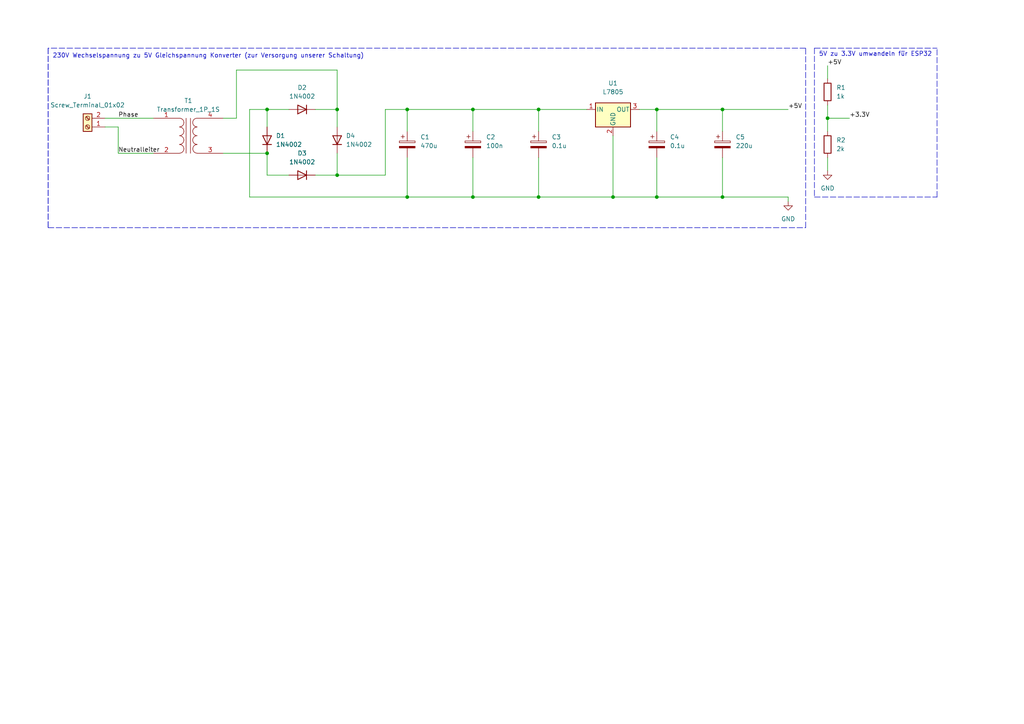
<source format=kicad_sch>
(kicad_sch (version 20211123) (generator eeschema)
  (paper "A4")
  (title_block (title "module-power-measurement") (date "2023-02-01") (rev "v1") (comment 1 "erste Version"))
  (lib_symbols
    (symbol "Connector:Screw_Terminal_01x02" (pin_names (offset 1.016) hide)
      (property "Reference" "J" (at 0 2.54 0))
      (property "Value" "Screw_Terminal_01x02" (at 0 -5.08 0))
      (symbol "Screw_Terminal_01x02_1_1"
        (rectangle (start -1.27 1.27) (end 1.27 -3.81) (stroke (width 0.254)) (fill (type background)))
        (circle (center 0 -2.54) (radius 0.635) (stroke (width 0.1524)))
        (polyline (pts (xy -0.5334 -2.2098) (xy 0.3302 -3.048)) (stroke (width 0.1524)))
        (polyline (pts (xy -0.5334 0.3302) (xy 0.3302 -0.508)) (stroke (width 0.1524)))
        (polyline (pts (xy -0.3556 -2.032) (xy 0.508 -2.8702)) (stroke (width 0.1524)))
        (polyline (pts (xy -0.3556 0.508) (xy 0.508 -0.3302)) (stroke (width 0.1524)))
        (circle (center 0 0) (radius 0.635) (stroke (width 0.1524)))
        (pin passive line (at -5.08 0 0) (length 3.81) (name "Pin_1") (number "1"))
        (pin passive line (at -5.08 -2.54 0) (length 3.81) (name "Pin_2") (number "2"))
      )
    )
    (symbol "Device:C_Polarized" (pin_numbers hide) (pin_names (offset 0.254))
      (property "Reference" "C" (at 0.635 2.54 0))
      (property "Value" "C_Polarized" (at 0.635 -2.54 0))
      (symbol "C_Polarized_0_1"
        (rectangle (start -2.286 0.508) (end 2.286 1.016))
        (polyline (pts (xy -1.778 2.286) (xy -0.762 2.286)))
        (polyline (pts (xy -1.27 2.794) (xy -1.27 1.778)))
        (rectangle (start 2.286 -0.508) (end -2.286 -1.016) (fill (type outline)))
      )
      (symbol "C_Polarized_1_1"
        (pin passive line (at 0 3.81 270) (length 2.794) (name "~") (number "1"))
        (pin passive line (at 0 -3.81 90) (length 2.794) (name "~") (number "2"))
      )
    )
    (symbol "Device:R" (pin_numbers hide) (pin_names (offset 0))
      (property "Reference" "R" (at 2.032 0 90))
      (property "Value" "R" (at 0 0 90))
      (symbol "R_0_1"
        (rectangle (start -1.016 -2.54) (end 1.016 2.54) (stroke (width 0.254)))
      )
      (symbol "R_1_1"
        (pin passive line (at 0 3.81 270) (length 1.27) (name "~") (number "1"))
        (pin passive line (at 0 -3.81 90) (length 1.27) (name "~") (number "2"))
      )
    )
    (symbol "Device:Transformer_1P_1S" (pin_names (offset 1.016) hide)
      (property "Reference" "T" (at 0 6.35 0))
      (property "Value" "Transformer_1P_1S" (at 0 -7.62 0))
      (symbol "Transformer_1P_1S_0_1"
        (arc (start -2.54 -5.0546) (mid -1.6599 -4.6901) (end -1.27 -3.81))
        (arc (start -2.54 -2.5146) (mid -1.6599 -2.1501) (end -1.27 -1.27))
        (arc (start -2.54 0.0254) (mid -1.6599 0.3899) (end -1.27 1.27))
        (arc (start -2.54 2.5654) (mid -1.6599 2.9299) (end -1.27 3.81))
        (arc (start -1.27 -3.81) (mid -1.642 -2.912) (end -2.54 -2.54))
        (arc (start -1.27 -1.27) (mid -1.642 -0.372) (end -2.54 0))
        (arc (start -1.27 1.27) (mid -1.642 2.168) (end -2.54 2.54))
        (arc (start -1.27 3.81) (mid -1.642 4.708) (end -2.54 5.08))
        (polyline (pts (xy -0.635 5.08) (xy -0.635 -5.08)))
        (polyline (pts (xy 0.635 -5.08) (xy 0.635 5.08)))
        (arc (start 1.2954 -1.27) (mid 1.6599 -2.1501) (end 2.54 -2.5146))
        (arc (start 1.2954 1.27) (mid 1.6599 0.3899) (end 2.54 0.0254))
        (arc (start 1.2954 3.81) (mid 1.6599 2.9299) (end 2.54 2.5654))
        (arc (start 1.3208 -3.81) (mid 1.6853 -4.6901) (end 2.5654 -5.0546))
        (arc (start 2.54 0) (mid 1.642 -0.372) (end 1.2954 -1.27))
        (arc (start 2.54 2.54) (mid 1.642 2.168) (end 1.2954 1.27))
        (arc (start 2.54 5.08) (mid 1.642 4.708) (end 1.2954 3.81))
        (arc (start 2.5654 -2.54) (mid 1.6674 -2.912) (end 1.3208 -3.81))
      )
      (symbol "Transformer_1P_1S_1_1"
        (pin passive line (at -10.16 5.08 0) (length 7.62) (name "AA") (number "1"))
        (pin passive line (at -10.16 -5.08 0) (length 7.62) (name "AB") (number "2"))
        (pin passive line (at 10.16 -5.08 180) (length 7.62) (name "SA") (number "3"))
        (pin passive line (at 10.16 5.08 180) (length 7.62) (name "SB") (number "4"))
      )
    )
    (symbol "Diode:1N4002" (pin_numbers hide) (pin_names hide)
      (property "Reference" "D" (at 0 2.54 0))
      (property "Value" "1N4002" (at 0 -2.54 0))
      (symbol "1N4002_0_1"
        (polyline (pts (xy -1.27 1.27) (xy -1.27 -1.27)) (stroke (width 0.254)))
        (polyline (pts (xy 1.27 0) (xy -1.27 0)))
        (polyline (pts (xy 1.27 1.27) (xy 1.27 -1.27) (xy -1.27 0) (xy 1.27 1.27)) (stroke (width 0.254)))
      )
      (symbol "1N4002_1_1"
        (pin passive line (at -3.81 0 0) (length 2.54) (name "K") (number "1"))
        (pin passive line (at 3.81 0 180) (length 2.54) (name "A") (number "2"))
      )
    )
    (symbol "Regulator_Linear:L7805" (pin_names (offset 0.254))
      (property "Reference" "U" (at -3.81 3.175 0))
      (property "Value" "L7805" (at 0 3.175 0))
      (symbol "L7805_0_1"
        (rectangle (start -5.08 1.905) (end 5.08 -5.08) (stroke (width 0.254)) (fill (type background)))
      )
      (symbol "L7805_1_1"
        (pin power_in line (at -7.62 0 0) (length 2.54) (name "IN") (number "1"))
        (pin power_in line (at 0 -7.62 90) (length 2.54) (name "GND") (number "2"))
        (pin power_out line (at 7.62 0 180) (length 2.54) (name "OUT") (number "3"))
      )
    )
    (symbol "power:GND" (power) (pin_names (offset 0))
      (property "Value" "GND" (at 0 -3.81 0))
      (symbol "GND_0_1"
        (polyline (pts (xy 0 0) (xy 0 -1.27) (xy 1.27 -1.27) (xy 0 -2.54) (xy -1.27 -1.27) (xy 0 -1.27)))
      )
      (symbol "GND_1_1"
        (pin power_in line (at 0 0 270) (length 0) hide (name "GND") (number "1"))
      )
    )
  )
  (junction (at 209.55 57.15))
  (junction (at 118.11 31.75))
  (junction (at 190.5 31.75))
  (junction (at 240.03 34.29))
  (junction (at 156.21 31.75))
  (junction (at 77.47 31.75))
  (junction (at 137.16 31.75))
  (junction (at 97.79 31.75))
  (junction (at 137.16 57.15))
  (junction (at 190.5 57.15))
  (junction (at 177.8 57.15))
  (junction (at 118.11 57.15))
  (junction (at 77.47 44.45))
  (junction (at 97.79 50.8))
  (junction (at 156.21 57.15))
  (junction (at 209.55 31.75))
  (wire (pts (xy 156.21 31.75) (xy 156.21 38.1)))
  (wire (pts (xy 156.21 31.75) (xy 170.18 31.75)))
  (wire (pts (xy 190.5 31.75) (xy 185.42 31.75)))
  (wire (pts (xy 240.03 34.29) (xy 240.03 38.1)))
  (polyline (pts (xy 13.97 13.97) (xy 13.97 66.04)))
  (wire (pts (xy 64.77 34.29) (xy 68.58 34.29)))
  (polyline (pts (xy 233.68 66.04) (xy 233.68 13.97)))
  (wire (pts (xy 97.79 20.32) (xy 97.79 31.75)))
  (wire (pts (xy 68.58 20.32) (xy 97.79 20.32)))
  (wire (pts (xy 156.21 57.15) (xy 177.8 57.15)))
  (wire (pts (xy 34.29 36.83) (xy 34.29 44.45)))
  (wire (pts (xy 177.8 39.37) (xy 177.8 57.15)))
  (wire (pts (xy 209.55 57.15) (xy 228.6 57.15)))
  (wire (pts (xy 111.76 50.8) (xy 97.79 50.8)))
  (wire (pts (xy 240.03 45.72) (xy 240.03 49.53)))
  (polyline (pts (xy 236.22 13.97) (xy 271.78 13.97)))
  (wire (pts (xy 137.16 31.75) (xy 137.16 38.1)))
  (wire (pts (xy 118.11 57.15) (xy 137.16 57.15)))
  (wire (pts (xy 72.39 57.15) (xy 118.11 57.15)))
  (wire (pts (xy 156.21 45.72) (xy 156.21 57.15)))
  (wire (pts (xy 118.11 31.75) (xy 118.11 38.1)))
  (wire (pts (xy 91.44 50.8) (xy 97.79 50.8)))
  (wire (pts (xy 209.55 31.75) (xy 228.6 31.75)))
  (polyline (pts (xy 236.22 13.97) (xy 236.22 57.15)))
  (polyline (pts (xy 13.97 66.04) (xy 233.68 66.04)))
  (wire (pts (xy 209.55 45.72) (xy 209.55 57.15)))
  (wire (pts (xy 77.47 31.75) (xy 77.47 36.83)))
  (wire (pts (xy 64.77 44.45) (xy 77.47 44.45)))
  (wire (pts (xy 97.79 31.75) (xy 97.79 36.83)))
  (wire (pts (xy 34.29 44.45) (xy 44.45 44.45)))
  (wire (pts (xy 72.39 57.15) (xy 72.39 31.75)))
  (wire (pts (xy 209.55 31.75) (xy 190.5 31.75)))
  (wire (pts (xy 137.16 57.15) (xy 156.21 57.15)))
  (polyline (pts (xy 13.97 13.97) (xy 13.97 66.04)))
  (wire (pts (xy 91.44 31.75) (xy 97.79 31.75)))
  (wire (pts (xy 240.03 34.29) (xy 246.38 34.29)))
  (wire (pts (xy 209.55 38.1) (xy 209.55 31.75)))
  (wire (pts (xy 68.58 34.29) (xy 68.58 20.32)))
  (wire (pts (xy 190.5 31.75) (xy 190.5 38.1)))
  (polyline (pts (xy 233.68 13.97) (xy 13.97 13.97)))
  (wire (pts (xy 137.16 31.75) (xy 156.21 31.75)))
  (wire (pts (xy 190.5 57.15) (xy 209.55 57.15)))
  (wire (pts (xy 240.03 19.05) (xy 240.03 22.86)))
  (wire (pts (xy 240.03 30.48) (xy 240.03 34.29)))
  (wire (pts (xy 137.16 45.72) (xy 137.16 57.15)))
  (wire (pts (xy 111.76 31.75) (xy 118.11 31.75)))
  (wire (pts (xy 118.11 31.75) (xy 137.16 31.75)))
  (wire (pts (xy 177.8 57.15) (xy 190.5 57.15)))
  (wire (pts (xy 228.6 57.15) (xy 228.6 58.42)))
  (wire (pts (xy 83.82 31.75) (xy 77.47 31.75)))
  (wire (pts (xy 111.76 31.75) (xy 111.76 50.8)))
  (wire (pts (xy 72.39 31.75) (xy 77.47 31.75)))
  (wire (pts (xy 30.48 36.83) (xy 34.29 36.83)))
  (wire (pts (xy 97.79 44.45) (xy 97.79 50.8)))
  (wire (pts (xy 190.5 45.72) (xy 190.5 57.15)))
  (wire (pts (xy 77.47 44.45) (xy 77.47 50.8)))
  (polyline (pts (xy 271.78 57.15) (xy 271.78 13.97)))
  (polyline (pts (xy 236.22 57.15) (xy 271.78 57.15)))
  (wire (pts (xy 118.11 45.72) (xy 118.11 57.15)))
  (wire (pts (xy 77.47 50.8) (xy 83.82 50.8)))
  (wire (pts (xy 30.48 34.29) (xy 44.45 34.29)))
  (text "5V zu 3.3V umwandeln für ESP32" (at 237.49 16.51 0) (effects (font (size 1.27 1.27)) (justify left bottom)))
  (text "230V Wechselspannung zu 5V Gleichspannung Konverter (zur Versorgung unserer Schaltung)\n\n" (at 15.24 19.05 0) (effects (font (size 1.27 1.27)) (justify left bottom)))
  (label "Neutralleiter" (at 34.29 44.45 0))
  (label "+5V" (at 228.6 31.75 0))
  (label "+5V" (at 240.03 19.05 0))
  (label "+3.3V" (at 246.38 34.29 0))
  (label "Phase" (at 34.29 34.29 0))
  (symbol (lib_id "Diode:1N4002") (at 77.47 40.64 90) (unit 1)
    (property "Reference" "D1" (at 80.01 39.3699 90) (effects (justify right)))
    (property "Value" "1N4002" (at 80.01 41.9099 90) (effects (justify right)))
    (property "Footprint" "Diode_THT:D_DO-41_SOD81_P10.16mm_Horizontal" (effects hide))
    (property "Datasheet" "http://www.vishay.com/docs/88503/1n4001.pdf" (effects hide))
  )
  (symbol (lib_id "Device:C_Polarized") (at 209.55 41.91 0) (unit 1)
    (property "Reference" "C5" (at 213.36 39.7509 0) (effects (justify left)))
    (property "Value" "220u" (at 213.36 42.2909 0) (effects (justify left)))
    (property "Footprint" "Capacitor_SMD:C_1206_3216Metric_Pad1.33x1.80mm_HandSolder" (effects hide))
  )
  (symbol (lib_id "Diode:1N4002") (at 87.63 31.75 180) (unit 1)
    (property "Reference" "D2" (at 87.63 25.4 0))
    (property "Value" "1N4002" (at 87.63 27.94 0))
    (property "Footprint" "Diode_THT:D_DO-41_SOD81_P10.16mm_Horizontal" (effects hide))
    (property "Datasheet" "http://www.vishay.com/docs/88503/1n4001.pdf" (effects hide))
  )
  (symbol (lib_id "Device:C_Polarized") (at 156.21 41.91 0) (unit 1)
    (property "Reference" "C3" (at 160.02 39.7509 0) (effects (justify left)))
    (property "Value" "0.1u" (at 160.02 42.2909 0) (effects (justify left)))
    (property "Footprint" "Capacitor_SMD:C_1206_3216Metric_Pad1.33x1.80mm_HandSolder" (effects hide))
  )
  (symbol (lib_id "Device:C_Polarized") (at 137.16 41.91 0) (unit 1)
    (property "Reference" "C2" (at 140.97 39.7509 0) (effects (justify left)))
    (property "Value" "100n" (at 140.97 42.2909 0) (effects (justify left)))
    (property "Footprint" "Capacitor_SMD:C_1206_3216Metric_Pad1.33x1.80mm_HandSolder" (effects hide))
  )
  (symbol (lib_id "Device:R") (at 240.03 41.91 0) (unit 1)
    (property "Reference" "R2" (at 242.57 40.6399 0) (effects (justify left)))
    (property "Value" "2k" (at 242.57 43.1799 0) (effects (justify left)))
    (property "Footprint" "Resistor_SMD:R_1206_3216Metric_Pad1.30x1.75mm_HandSolder" (effects hide))
  )
  (symbol (lib_id "Regulator_Linear:L7805") (at 177.8 31.75 0) (unit 1)
    (property "Reference" "U1" (at 177.8 24.13 0))
    (property "Value" "L7805" (at 177.8 26.67 0))
    (property "Footprint" "Package_TO_SOT_SMD:SOT-223" (effects hide))
    (property "Datasheet" "http://www.st.com/content/ccc/resource/technical/document/datasheet/41/4f/b3/b0/12/d4/47/88/CD00000444.pdf/files/CD00000444.pdf/jcr:content/translations/en.CD00000444.pdf" (effects hide))
  )
  (symbol (lib_id "Device:C_Polarized") (at 190.5 41.91 0) (unit 1)
    (property "Reference" "C4" (at 194.31 39.7509 0) (effects (justify left)))
    (property "Value" "0.1u" (at 194.31 42.2909 0) (effects (justify left)))
    (property "Footprint" "Capacitor_SMD:C_1206_3216Metric_Pad1.33x1.80mm_HandSolder" (effects hide))
  )
  (symbol (lib_id "Device:Transformer_1P_1S") (at 54.61 39.37 0) (unit 1)
    (property "Reference" "T1" (at 54.6227 29.21 0))
    (property "Value" "Transformer_1P_1S" (at 54.6227 31.75 0))
  )
  (symbol (lib_id "power:GND") (at 228.6 58.42 0) (unit 1)
    (property "Reference" "#PWR0101" (effects hide))
    (property "Value" "GND" (at 228.6 63.5 0))
  )
  (symbol (lib_id "Diode:1N4002") (at 87.63 50.8 180) (unit 1)
    (property "Reference" "D3" (at 87.63 44.45 0))
    (property "Value" "1N4002" (at 87.63 46.99 0))
    (property "Footprint" "Diode_THT:D_DO-41_SOD81_P10.16mm_Horizontal" (effects hide))
    (property "Datasheet" "http://www.vishay.com/docs/88503/1n4001.pdf" (effects hide))
  )
  (symbol (lib_id "power:GND") (at 240.03 49.53 0) (unit 1)
    (property "Reference" "#PWR0102" (effects hide))
    (property "Value" "GND" (at 240.03 54.61 0))
  )
  (symbol (lib_id "Connector:Screw_Terminal_01x02") (at 25.4 36.83 180) (unit 1)
    (property "Reference" "J1" (at 25.4 27.94 0))
    (property "Value" "Screw_Terminal_01x02" (at 25.4 30.48 0))
    (property "Footprint" "TerminalBlock:TerminalBlock_Altech_AK300-2_P5.00mm" (effects hide))
  )
  (symbol (lib_id "Device:C_Polarized") (at 118.11 41.91 0) (unit 1)
    (property "Reference" "C1" (at 121.92 39.7509 0) (effects (justify left)))
    (property "Value" "470u" (at 121.92 42.2909 0) (effects (justify left)))
    (property "Footprint" "Capacitor_SMD:C_1206_3216Metric_Pad1.33x1.80mm_HandSolder" (effects hide))
  )
  (symbol (lib_id "Diode:1N4002") (at 97.79 40.64 90) (unit 1)
    (property "Reference" "D4" (at 100.33 39.3699 90) (effects (justify right)))
    (property "Value" "1N4002" (at 100.33 41.9099 90) (effects (justify right)))
    (property "Footprint" "Diode_THT:D_DO-41_SOD81_P10.16mm_Horizontal" (effects hide))
    (property "Datasheet" "http://www.vishay.com/docs/88503/1n4001.pdf" (effects hide))
  )
  (symbol (lib_id "Device:R") (at 240.03 26.67 0) (unit 1)
    (property "Reference" "R1" (at 242.57 25.3999 0) (effects (justify left)))
    (property "Value" "1k" (at 242.57 27.9399 0) (effects (justify left)))
    (property "Footprint" "Resistor_SMD:R_1206_3216Metric_Pad1.30x1.75mm_HandSolder" (effects hide))
  )
)
</source>
